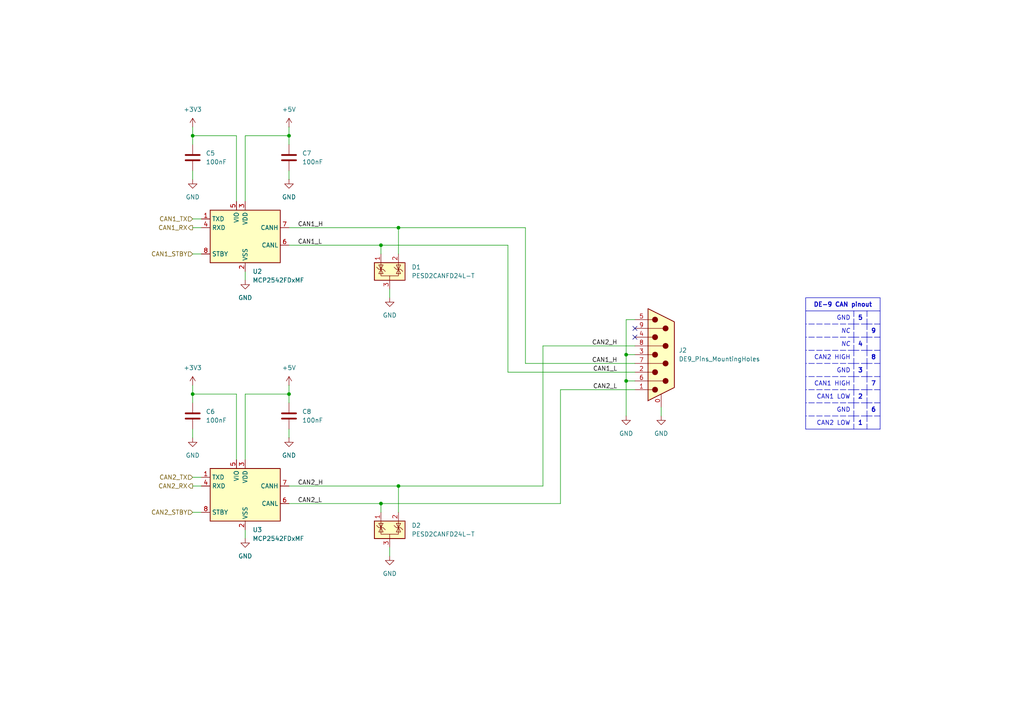
<source format=kicad_sch>
(kicad_sch (version 20250114) (generator "eeschema") (generator_version "9.0")
  (paper "A4")
  (title_block (title "ubiquitous-waddle") (date "2025-10-12") (rev "v1") (company "leonwip <leonwip@proton.me>") (comment 1 "CERN-OHL-P-2.0"))
  (lib_symbols
    (symbol "Connector:DE9_Pins_MountingHoles" (pin_names (offset 1.016) (hide yes))
      (property "Reference" "J" (at 0 16.51 0))
      (property "Value" "DE9_Pins_MountingHoles" (at 0 14.605 0))
      (symbol "DE9_Pins_MountingHoles_0_1"
        (polyline (pts (xy -3.81 10.16) (xy -2.54 10.16)))
        (polyline (pts (xy -3.81 7.62) (xy 0.508 7.62)))
        (polyline (pts (xy -3.81 5.08) (xy -2.54 5.08)))
        (polyline (pts (xy -3.81 2.54) (xy 0.508 2.54)))
        (polyline (pts (xy -3.81 0) (xy -2.54 0)))
        (polyline (pts (xy -3.81 -2.54) (xy 0.508 -2.54)))
        (polyline (pts (xy -3.81 -5.08) (xy -2.54 -5.08)))
        (polyline (pts (xy -3.81 -7.62) (xy 0.508 -7.62)))
        (polyline (pts (xy -3.81 -10.16) (xy -2.54 -10.16)))
        (polyline (pts (xy -3.81 -13.335) (xy -3.81 13.335) (xy 3.81 9.525) (xy 3.81 -9.525) (xy -3.81 -13.335)) (stroke (width 0.254)) (fill (type background)))
        (circle (center -1.778 10.16) (radius 0.762) (fill (type outline)))
        (circle (center -1.778 5.08) (radius 0.762) (fill (type outline)))
        (circle (center -1.778 0) (radius 0.762) (fill (type outline)))
        (circle (center -1.778 -5.08) (radius 0.762) (fill (type outline)))
        (circle (center -1.778 -10.16) (radius 0.762) (fill (type outline)))
        (circle (center 1.27 7.62) (radius 0.762) (fill (type outline)))
        (circle (center 1.27 2.54) (radius 0.762) (fill (type outline)))
        (circle (center 1.27 -2.54) (radius 0.762) (fill (type outline)))
        (circle (center 1.27 -7.62) (radius 0.762) (fill (type outline)))
      )
      (symbol "DE9_Pins_MountingHoles_1_1"
        (pin passive line (at -7.62 10.16 0) (length 3.81) (name "5") (number "5"))
        (pin passive line (at -7.62 7.62 0) (length 3.81) (name "9") (number "9"))
        (pin passive line (at -7.62 5.08 0) (length 3.81) (name "4") (number "4"))
        (pin passive line (at -7.62 2.54 0) (length 3.81) (name "8") (number "8"))
        (pin passive line (at -7.62 0 0) (length 3.81) (name "3") (number "3"))
        (pin passive line (at -7.62 -2.54 0) (length 3.81) (name "7") (number "7"))
        (pin passive line (at -7.62 -5.08 0) (length 3.81) (name "2") (number "2"))
        (pin passive line (at -7.62 -7.62 0) (length 3.81) (name "6") (number "6"))
        (pin passive line (at -7.62 -10.16 0) (length 3.81) (name "1") (number "1"))
        (pin passive line (at 0 -15.24 90) (length 3.81) (name "PAD") (number "0"))
      )
    )
    (symbol "Device:C" (pin_numbers (hide yes)) (pin_names (offset 0.254))
      (property "Reference" "C" (at 0.635 2.54 0))
      (property "Value" "C" (at 0.635 -2.54 0))
      (symbol "C_0_1"
        (polyline (pts (xy -2.032 0.762) (xy 2.032 0.762)) (stroke (width 0.508)))
        (polyline (pts (xy -2.032 -0.762) (xy 2.032 -0.762)) (stroke (width 0.508)))
      )
      (symbol "C_1_1"
        (pin passive line (at 0 3.81 270) (length 2.794) (name "~") (number "1"))
        (pin passive line (at 0 -3.81 90) (length 2.794) (name "~") (number "2"))
      )
    )
    (symbol "Interface_CAN_LIN:MCP2542FDxMF"
      (property "Reference" "U" (at -10.16 8.89 0))
      (property "Value" "MCP2542FDxMF" (at 2.54 8.89 0))
      (symbol "MCP2542FDxMF_0_1"
        (rectangle (start -10.16 7.62) (end 10.16 -7.62) (stroke (width 0.254)) (fill (type background)))
      )
      (symbol "MCP2542FDxMF_1_1"
        (pin input line (at -12.7 5.08 0) (length 2.54) (name "TXD") (number "1"))
        (pin output line (at -12.7 2.54 0) (length 2.54) (name "RXD") (number "4"))
        (pin input line (at -12.7 -5.08 0) (length 2.54) (name "STBY") (number "8"))
        (pin power_in line (at -2.54 10.16 270) (length 2.54) (name "VIO") (number "5"))
        (pin power_in line (at 0 10.16 270) (length 2.54) (name "VDD") (number "3"))
        (pin power_in line (at 0 -10.16 90) (length 2.54) (name "VSS") (number "2"))
        (pin passive line (at 0 -10.16 90) (length 2.54) (hide yes) (name "VSS") (number "9"))
        (pin bidirectional line (at 12.7 2.54 180) (length 2.54) (name "CANH") (number "7"))
        (pin bidirectional line (at 12.7 -2.54 180) (length 2.54) (name "CANL") (number "6"))
      )
    )
    (symbol "Power_Protection:NUP2105L" (pin_names (hide yes))
      (property "Reference" "D" (at 5.715 2.54 0))
      (property "Value" "NUP2105L" (at 5.715 0.635 0))
      (symbol "NUP2105L_0_0"
        (pin passive line (at 0 -5.08 90) (length 2.54) (name "A") (number "3"))
      )
      (symbol "NUP2105L_0_1"
        (rectangle (start -4.445 2.54) (end 4.445 -2.54) (stroke (width 0.254)) (fill (type background)))
        (polyline (pts (xy -3.81 1.27) (xy -3.175 0.635) (xy -1.905 0.635) (xy -1.27 0)))
        (polyline (pts (xy -2.54 2.54) (xy -2.54 0.635)))
        (polyline (pts (xy -2.54 0.635) (xy -2.54 -1.27) (xy 2.54 -1.27) (xy 2.54 0.635)))
        (polyline (pts (xy -2.54 0.635) (xy -1.905 -0.635) (xy -3.175 -0.635) (xy -2.54 0.635)))
        (polyline (pts (xy -2.54 0.635) (xy -3.175 1.905) (xy -1.905 1.905) (xy -2.54 0.635) (xy -2.54 1.27)))
        (polyline (pts (xy 0 -1.27) (xy 0 -2.54)))
        (polyline (pts (xy 1.27 1.27) (xy 1.905 0.635) (xy 2.54 0.635) (xy 3.175 0.635) (xy 3.81 0)))
        (polyline (pts (xy 2.54 2.54) (xy 2.54 0.635)))
        (polyline (pts (xy 2.54 0.635) (xy 1.905 -0.635) (xy 3.175 -0.635) (xy 2.54 0.635)))
        (polyline (pts (xy 2.54 0.635) (xy 3.175 1.905) (xy 1.905 1.905) (xy 2.54 0.635)))
      )
      (symbol "NUP2105L_1_1"
        (pin passive line (at -2.54 5.08 270) (length 2.54) (name "K") (number "1"))
        (pin passive line (at 2.54 5.08 270) (length 2.54) (name "K") (number "2"))
      )
    )
    (symbol "power:+3V3" (power) (pin_numbers (hide yes)) (pin_names (offset 0) (hide yes))
      (property "Value" "+3V3" (at 0 3.556 0))
      (symbol "+3V3_0_1"
        (polyline (pts (xy -0.762 1.27) (xy 0 2.54)))
        (polyline (pts (xy 0 2.54) (xy 0.762 1.27)))
        (polyline (pts (xy 0 0) (xy 0 2.54)))
      )
      (symbol "+3V3_1_1"
        (pin power_in line (at 0 0 90) (length 0) (name "~") (number "1"))
      )
    )
    (symbol "power:+5V" (power) (pin_numbers (hide yes)) (pin_names (offset 0) (hide yes))
      (property "Value" "+5V" (at 0 3.556 0))
      (symbol "+5V_0_1"
        (polyline (pts (xy -0.762 1.27) (xy 0 2.54)))
        (polyline (pts (xy 0 2.54) (xy 0.762 1.27)))
        (polyline (pts (xy 0 0) (xy 0 2.54)))
      )
      (symbol "+5V_1_1"
        (pin power_in line (at 0 0 90) (length 0) (name "~") (number "1"))
      )
    )
    (symbol "power:GND" (power) (pin_numbers (hide yes)) (pin_names (offset 0) (hide yes))
      (property "Value" "GND" (at 0 -3.81 0))
      (symbol "GND_0_1"
        (polyline (pts (xy 0 0) (xy 0 -1.27) (xy 1.27 -1.27) (xy 0 -2.54) (xy -1.27 -1.27) (xy 0 -1.27)))
      )
      (symbol "GND_1_1"
        (pin power_in line (at 0 0 270) (length 0) (name "~") (number "1"))
      )
    )
  )
  (junction (at 181.61 110.49))
  (junction (at 83.82 39.37))
  (junction (at 55.88 39.37))
  (junction (at 181.61 102.87))
  (junction (at 55.88 114.3))
  (junction (at 83.82 114.3))
  (junction (at 115.57 140.97))
  (junction (at 110.49 71.12))
  (junction (at 110.49 146.05))
  (junction (at 115.57 66.04))
  (no_connect (at 184.15 97.79))
  (no_connect (at 184.15 95.25))
  (wire (pts (xy 55.88 114.3) (xy 68.58 114.3)))
  (wire (pts (xy 115.57 66.04) (xy 152.4 66.04)))
  (wire (pts (xy 71.12 39.37) (xy 71.12 58.42)))
  (wire (pts (xy 71.12 153.67) (xy 71.12 156.21)))
  (wire (pts (xy 115.57 73.66) (xy 115.57 66.04)))
  (wire (pts (xy 115.57 148.59) (xy 115.57 140.97)))
  (wire (pts (xy 83.82 36.83) (xy 83.82 39.37)))
  (wire (pts (xy 55.88 73.66) (xy 58.42 73.66)))
  (wire (pts (xy 55.88 124.46) (xy 55.88 127)))
  (wire (pts (xy 162.56 146.05) (xy 162.56 113.03)))
  (wire (pts (xy 55.88 49.53) (xy 55.88 52.07)))
  (wire (pts (xy 83.82 140.97) (xy 115.57 140.97)))
  (wire (pts (xy 55.88 36.83) (xy 55.88 39.37)))
  (wire (pts (xy 71.12 114.3) (xy 71.12 133.35)))
  (wire (pts (xy 83.82 116.84) (xy 83.82 114.3)))
  (wire (pts (xy 83.82 49.53) (xy 83.82 52.07)))
  (wire (pts (xy 83.82 114.3) (xy 71.12 114.3)))
  (wire (pts (xy 55.88 39.37) (xy 68.58 39.37)))
  (wire (pts (xy 152.4 66.04) (xy 152.4 105.41)))
  (wire (pts (xy 181.61 102.87) (xy 184.15 102.87)))
  (wire (pts (xy 55.88 66.04) (xy 58.42 66.04)))
  (wire (pts (xy 110.49 148.59) (xy 110.49 146.05)))
  (wire (pts (xy 55.88 111.76) (xy 55.88 114.3)))
  (wire (pts (xy 83.82 66.04) (xy 115.57 66.04)))
  (wire (pts (xy 55.88 140.97) (xy 58.42 140.97)))
  (wire (pts (xy 55.88 41.91) (xy 55.88 39.37)))
  (wire (pts (xy 68.58 39.37) (xy 68.58 58.42)))
  (wire (pts (xy 83.82 39.37) (xy 71.12 39.37)))
  (wire (pts (xy 55.88 63.5) (xy 58.42 63.5)))
  (wire (pts (xy 147.32 107.95) (xy 147.32 71.12)))
  (wire (pts (xy 162.56 113.03) (xy 184.15 113.03)))
  (wire (pts (xy 68.58 114.3) (xy 68.58 133.35)))
  (wire (pts (xy 152.4 105.41) (xy 184.15 105.41)))
  (wire (pts (xy 83.82 41.91) (xy 83.82 39.37)))
  (wire (pts (xy 55.88 116.84) (xy 55.88 114.3)))
  (wire (pts (xy 71.12 78.74) (xy 71.12 81.28)))
  (wire (pts (xy 83.82 146.05) (xy 110.49 146.05)))
  (wire (pts (xy 157.48 140.97) (xy 157.48 100.33)))
  (wire (pts (xy 55.88 138.43) (xy 58.42 138.43)))
  (wire (pts (xy 110.49 73.66) (xy 110.49 71.12)))
  (wire (pts (xy 181.61 110.49) (xy 184.15 110.49)))
  (wire (pts (xy 83.82 71.12) (xy 110.49 71.12)))
  (wire (pts (xy 191.77 118.11) (xy 191.77 120.65)))
  (wire (pts (xy 55.88 148.59) (xy 58.42 148.59)))
  (wire (pts (xy 157.48 100.33) (xy 184.15 100.33)))
  (wire (pts (xy 181.61 110.49) (xy 181.61 120.65)))
  (wire (pts (xy 181.61 102.87) (xy 181.61 110.49)))
  (wire (pts (xy 113.03 83.82) (xy 113.03 86.36)))
  (wire (pts (xy 110.49 146.05) (xy 162.56 146.05)))
  (wire (pts (xy 83.82 124.46) (xy 83.82 127)))
  (wire (pts (xy 113.03 158.75) (xy 113.03 161.29)))
  (wire (pts (xy 147.32 107.95) (xy 184.15 107.95)))
  (wire (pts (xy 181.61 92.71) (xy 181.61 102.87)))
  (wire (pts (xy 115.57 140.97) (xy 157.48 140.97)))
  (wire (pts (xy 184.15 92.71) (xy 181.61 92.71)))
  (wire (pts (xy 83.82 111.76) (xy 83.82 114.3)))
  (wire (pts (xy 110.49 71.12) (xy 147.32 71.12)))
  (table (column_count 3) (border (external yes) (header yes)) (separators (rows yes) (cols yes) (stroke (width 0) (type dash))) (column_widths 13.97 3.81 3.81) (row_heights 3.81 3.81 3.81 3.81 3.81 3.81 3.81 3.81 3.81 3.81) (cells (table_cell "DE-9 CAN pinout" (at 233.68 86.36 0) (size 21.59 3.81) (margins 0.9525 0.9525 0.9525 0.9525) (span 3 1)) (table_cell "rgb(132, 132, 132)" (at 247.65 86.36 0) (size 3.81 3.81) (margins 0.9525 0.9525 0.9525 0.9525) (span 0 0)) (table_cell "rgb(132, 132, 132)" (at 251.46 86.36 0) (size 3.81 3.81) (margins 0.9525 0.9525 0.9525 0.9525) (span 0 0)) (table_cell "GND" (at 233.68 90.17 0) (size 13.97 3.81) (margins 0.9525 0.9525 0.9525 0.9525) (span 1 1)) (table_cell "5" (at 247.65 90.17 0) (size 3.81 3.81) (margins 0.9525 0.9525 0.9525 0.9525) (span 1 1)) (table_cell "" (at 251.46 90.17 0) (size 3.81 3.81) (margins 0.9525 0.9525 0.9525 0.9525) (span 1 1)) (table_cell "NC" (at 233.68 93.98 0) (size 13.97 3.81) (margins 0.9525 0.9525 0.9525 0.9525) (span 1 1)) (table_cell "" (at 247.65 93.98 0) (size 3.81 3.81) (margins 0.9525 0.9525 0.9525 0.9525) (span 1 1)) (table_cell "9" (at 251.46 93.98 0) (size 3.81 3.81) (margins 0.9525 0.9525 0.9525 0.9525) (span 1 1)) (table_cell "NC" (at 233.68 97.79 0) (size 13.97 3.81) (margins 0.9525 0.9525 0.9525 0.9525) (span 1 1)) (table_cell "4" (at 247.65 97.79 0) (size 3.81 3.81) (margins 0.9525 0.9525 0.9525 0.9525) (span 1 1)) (table_cell "" (at 251.46 97.79 0) (size 3.81 3.81) (margins 0.9525 0.9525 0.9525 0.9525) (span 1 1)) (table_cell "CAN2 HIGH" (at 233.68 101.6 0) (size 13.97 3.81) (margins 0.9525 0.9525 0.9525 0.9525) (span 1 1)) (table_cell "" (at 247.65 101.6 0) (size 3.81 3.81) (margins 0.9525 0.9525 0.9525 0.9525) (span 1 1)) (table_cell "8" (at 251.46 101.6 0) (size 3.81 3.81) (margins 0.9525 0.9525 0.9525 0.9525) (span 1 1)) (table_cell "GND" (at 233.68 105.41 0) (size 13.97 3.81) (margins 0.9525 0.9525 0.9525 0.9525) (span 1 1)) (table_cell "3" (at 247.65 105.41 0) (size 3.81 3.81) (margins 0.9525 0.9525 0.9525 0.9525) (span 1 1)) (table_cell "" (at 251.46 105.41 0) (size 3.81 3.81) (margins 0.9525 0.9525 0.9525 0.9525) (span 1 1)) (table_cell "CAN1 HIGH" (at 233.68 109.22 0) (size 13.97 3.81) (margins 0.9525 0.9525 0.9525 0.9525) (span 1 1)) (table_cell "" (at 247.65 109.22 0) (size 3.81 3.81) (margins 0.9525 0.9525 0.9525 0.9525) (span 1 1)) (table_cell "7" (at 251.46 109.22 0) (size 3.81 3.81) (margins 0.9525 0.9525 0.9525 0.9525) (span 1 1)) (table_cell "CAN1 LOW" (at 233.68 113.03 0) (size 13.97 3.81) (margins 0.9525 0.9525 0.9525 0.9525) (span 1 1)) (table_cell "2" (at 247.65 113.03 0) (size 3.81 3.81) (margins 0.9525 0.9525 0.9525 0.9525) (span 1 1)) (table_cell "" (at 251.46 113.03 0) (size 3.81 3.81) (margins 0.9525 0.9525 0.9525 0.9525) (span 1 1)) (table_cell "GND" (at 233.68 116.84 0) (size 13.97 3.81) (margins 0.9525 0.9525 0.9525 0.9525) (span 1 1)) (table_cell "" (at 247.65 116.84 0) (size 3.81 3.81) (margins 0.9525 0.9525 0.9525 0.9525) (span 1 1)) (table_cell "6" (at 251.46 116.84 0) (size 3.81 3.81) (margins 0.9525 0.9525 0.9525 0.9525) (span 1 1)) (table_cell "CAN2 LOW" (at 233.68 120.65 0) (size 13.97 3.81) (margins 0.9525 0.9525 0.9525 0.9525) (span 1 1)) (table_cell "1" (at 247.65 120.65 0) (size 3.81 3.81) (margins 0.9525 0.9525 0.9525 0.9525) (span 1 1)) (table_cell "" (at 251.46 120.65 0) (size 3.81 3.81) (margins 0.9525 0.9525 0.9525 0.9525) (span 1 1))))
  (label "CAN1_L" (at 179.07 107.95 180))
  (label "CAN1_H" (at 86.36 66.04 0))
  (label "CAN2_H" (at 86.36 140.97 0))
  (label "CAN2_L" (at 179.07 113.03 180))
  (label "CAN1_H" (at 179.07 105.41 180))
  (label "CAN2_H" (at 179.07 100.33 180))
  (label "CAN1_L" (at 86.36 71.12 0))
  (label "CAN2_L" (at 86.36 146.05 0))
  (hierarchical_label "CAN2_RX" (shape output) (at 55.88 140.97 180))
  (hierarchical_label "CAN1_STBY" (shape input) (at 55.88 73.66 180))
  (hierarchical_label "CAN1_TX" (shape input) (at 55.88 63.5 180))
  (hierarchical_label "CAN2_STBY" (shape input) (at 55.88 148.59 180))
  (hierarchical_label "CAN1_RX" (shape output) (at 55.88 66.04 180))
  (hierarchical_label "CAN2_TX" (shape input) (at 55.88 138.43 180))
  (symbol (lib_id "power:+5V") (at 83.82 36.83 0) (unit 1)
    (property "Reference" "#PWR022" (effects (hide yes)))
    (property "Value" "+5V" (at 83.82 31.75 0))
    (property "Description" "Power symbol creates a global label with name \"+5V\"" (effects (hide yes)))
  )
  (symbol (lib_id "Power_Protection:NUP2105L") (at 113.03 78.74 0) (unit 1)
    (property "Reference" "D1" (at 119.38 77.4699 0) (effects (justify left)))
    (property "Value" "PESD2CANFD24L-T" (at 119.38 80.0099 0) (effects (justify left)))
    (property "Footprint" "Package_TO_SOT_SMD:SOT-23" (effects (hide yes)))
    (property "Description" "Dual Line CAN Bus Protector, 24Vrwm" (effects (hide yes)))
    (property "Mouser No" "771-PESD2CANFD24L-TR" (effects (hide yes)))
    (property "Mfr. No" "PESD2CANFD24L-TR" (effects (hide yes)))
    (property "Mfr." "Nexperia" (effects (hide yes)))
  )
  (symbol (lib_id "Interface_CAN_LIN:MCP2542FDxMF") (at 71.12 68.58 0) (unit 1)
    (property "Reference" "U2" (at 73.2633 78.74 0) (effects (justify left)))
    (property "Value" "MCP2542FDxMF" (at 73.2633 81.28 0) (effects (justify left)))
    (property "Footprint" "Package_DFN_QFN:DFN-8-1EP_3x3mm_P0.65mm_EP1.55x2.4mm" (effects (hide yes)))
    (property "Description" "CAN-FD Transceiver, Wake-Up on CAN activity, 8Mbps, 5V supply, STBY pin, 3x3 DFN-8" (effects (hide yes)))
    (property "Mouser No" "579-MCP2542FDT-E/MF" (effects (hide yes)))
    (property "Mfr. No" "MCP2542FDT-E/MF" (effects (hide yes)))
    (property "Mfr." "Microchip Technology" (effects (hide yes)))
  )
  (symbol (lib_id "Connector:DE9_Pins_MountingHoles") (at 191.77 102.87 0) (unit 1)
    (property "Reference" "J2" (at 196.85 101.5999 0) (effects (justify left)))
    (property "Value" "DE9_Pins_MountingHoles" (at 196.85 104.1399 0) (effects (justify left)))
    (property "Footprint" "Connector_Dsub:DSUB-9_Pins_Horizontal_P2.77x2.84mm_EdgePinOffset9.90mm_Housed_MountingHolesOffset11.32mm" (effects (hide yes)))
    (property "Description" "9-pin D-SUB connector, pins (male), Mounting Hole" (effects (hide yes)))
    (property "Mouser No" "649-D09P13A4GV00LF" (effects (hide yes)))
    (property "Mfr. No" "D09P13A4GV00LF" (effects (hide yes)))
    (property "Mfr." "Amphenol Commercial Products" (effects (hide yes)))
  )
  (symbol (lib_id "power:GND") (at 55.88 52.07 0) (unit 1)
    (property "Reference" "#PWR017" (effects (hide yes)))
    (property "Value" "GND" (at 55.88 57.15 0))
    (property "Description" "Power symbol creates a global label with name \"GND\" , ground" (effects (hide yes)))
  )
  (symbol (lib_id "power:+3V3") (at 55.88 36.83 0) (unit 1)
    (property "Reference" "#PWR016" (effects (hide yes)))
    (property "Value" "+3V3" (at 55.88 31.75 0))
    (property "Description" "Power symbol creates a global label with name \"+3V3\"" (effects (hide yes)))
  )
  (symbol (lib_id "Device:C") (at 83.82 45.72 0) (unit 1)
    (property "Reference" "C7" (at 87.63 44.4499 0) (effects (justify left)))
    (property "Value" "100nF" (at 87.63 46.9899 0) (effects (justify left)))
    (property "Footprint" "Capacitor_SMD:C_0402_1005Metric" (effects (hide yes)))
    (property "Description" "Unpolarized capacitor" (effects (hide yes)))
    (property "Mfr." "Murata Electronics" (effects (hide yes)))
    (property "Mfr. No" "GRM155R71A104KA01D" (effects (hide yes)))
    (property "Mouser No" "81-GRM155R71A104KA1D" (effects (hide yes)))
  )
  (symbol (lib_id "Power_Protection:NUP2105L") (at 113.03 153.67 0) (unit 1)
    (property "Reference" "D2" (at 119.38 152.3999 0) (effects (justify left)))
    (property "Value" "PESD2CANFD24L-T" (at 119.38 154.9399 0) (effects (justify left)))
    (property "Footprint" "Package_TO_SOT_SMD:SOT-23" (effects (hide yes)))
    (property "Description" "Dual Line CAN Bus Protector, 24Vrwm" (effects (hide yes)))
    (property "Mouser No" "771-PESD2CANFD24L-TR" (effects (hide yes)))
    (property "Mfr. No" "PESD2CANFD24L-TR" (effects (hide yes)))
    (property "Mfr." "Nexperia" (effects (hide yes)))
  )
  (symbol (lib_id "power:GND") (at 71.12 156.21 0) (unit 1)
    (property "Reference" "#PWR021" (effects (hide yes)))
    (property "Value" "GND" (at 71.12 161.29 0))
    (property "Description" "Power symbol creates a global label with name \"GND\" , ground" (effects (hide yes)))
  )
  (symbol (lib_id "Device:C") (at 83.82 120.65 0) (unit 1)
    (property "Reference" "C8" (at 87.63 119.3799 0) (effects (justify left)))
    (property "Value" "100nF" (at 87.63 121.9199 0) (effects (justify left)))
    (property "Footprint" "Capacitor_SMD:C_0402_1005Metric" (effects (hide yes)))
    (property "Description" "Unpolarized capacitor" (effects (hide yes)))
    (property "Mfr." "Murata Electronics" (effects (hide yes)))
    (property "Mfr. No" "GRM155R71A104KA01D" (effects (hide yes)))
    (property "Mouser No" "81-GRM155R71A104KA1D" (effects (hide yes)))
  )
  (symbol (lib_id "power:GND") (at 113.03 86.36 0) (unit 1)
    (property "Reference" "#PWR026" (effects (hide yes)))
    (property "Value" "GND" (at 113.03 91.44 0))
    (property "Description" "Power symbol creates a global label with name \"GND\" , ground" (effects (hide yes)))
  )
  (symbol (lib_id "power:GND") (at 113.03 161.29 0) (unit 1)
    (property "Reference" "#PWR027" (effects (hide yes)))
    (property "Value" "GND" (at 113.03 166.37 0))
    (property "Description" "Power symbol creates a global label with name \"GND\" , ground" (effects (hide yes)))
  )
  (symbol (lib_id "power:GND") (at 181.61 120.65 0) (unit 1)
    (property "Reference" "#PWR028" (effects (hide yes)))
    (property "Value" "GND" (at 181.61 125.73 0))
    (property "Description" "Power symbol creates a global label with name \"GND\" , ground" (effects (hide yes)))
  )
  (symbol (lib_id "power:GND") (at 191.77 120.65 0) (unit 1)
    (property "Reference" "#PWR029" (effects (hide yes)))
    (property "Value" "GND" (at 191.77 125.73 0))
    (property "Description" "Power symbol creates a global label with name \"GND\" , ground" (effects (hide yes)))
  )
  (symbol (lib_id "Device:C") (at 55.88 45.72 0) (unit 1)
    (property "Reference" "C5" (at 59.69 44.4499 0) (effects (justify left)))
    (property "Value" "100nF" (at 59.69 46.9899 0) (effects (justify left)))
    (property "Footprint" "Capacitor_SMD:C_0402_1005Metric" (effects (hide yes)))
    (property "Description" "Unpolarized capacitor" (effects (hide yes)))
    (property "Mfr." "Murata Electronics" (effects (hide yes)))
    (property "Mfr. No" "GRM155R71A104KA01D" (effects (hide yes)))
    (property "Mouser No" "81-GRM155R71A104KA1D" (effects (hide yes)))
  )
  (symbol (lib_id "power:GND") (at 55.88 127 0) (unit 1)
    (property "Reference" "#PWR019" (effects (hide yes)))
    (property "Value" "GND" (at 55.88 132.08 0))
    (property "Description" "Power symbol creates a global label with name \"GND\" , ground" (effects (hide yes)))
  )
  (symbol (lib_id "power:GND") (at 71.12 81.28 0) (unit 1)
    (property "Reference" "#PWR020" (effects (hide yes)))
    (property "Value" "GND" (at 71.12 86.36 0))
    (property "Description" "Power symbol creates a global label with name \"GND\" , ground" (effects (hide yes)))
  )
  (symbol (lib_id "power:+3V3") (at 55.88 111.76 0) (unit 1)
    (property "Reference" "#PWR018" (effects (hide yes)))
    (property "Value" "+3V3" (at 55.88 106.68 0))
    (property "Description" "Power symbol creates a global label with name \"+3V3\"" (effects (hide yes)))
  )
  (symbol (lib_id "Device:C") (at 55.88 120.65 0) (unit 1)
    (property "Reference" "C6" (at 59.69 119.3799 0) (effects (justify left)))
    (property "Value" "100nF" (at 59.69 121.9199 0) (effects (justify left)))
    (property "Footprint" "Capacitor_SMD:C_0402_1005Metric" (effects (hide yes)))
    (property "Description" "Unpolarized capacitor" (effects (hide yes)))
    (property "Mfr." "Murata Electronics" (effects (hide yes)))
    (property "Mfr. No" "GRM155R71A104KA01D" (effects (hide yes)))
    (property "Mouser No" "81-GRM155R71A104KA1D" (effects (hide yes)))
  )
  (symbol (lib_id "power:GND") (at 83.82 127 0) (unit 1)
    (property "Reference" "#PWR025" (effects (hide yes)))
    (property "Value" "GND" (at 83.82 132.08 0))
    (property "Description" "Power symbol creates a global label with name \"GND\" , ground" (effects (hide yes)))
  )
  (symbol (lib_id "power:GND") (at 83.82 52.07 0) (unit 1)
    (property "Reference" "#PWR023" (effects (hide yes)))
    (property "Value" "GND" (at 83.82 57.15 0))
    (property "Description" "Power symbol creates a global label with name \"GND\" , ground" (effects (hide yes)))
  )
  (symbol (lib_id "power:+5V") (at 83.82 111.76 0) (unit 1)
    (property "Reference" "#PWR024" (effects (hide yes)))
    (property "Value" "+5V" (at 83.82 106.68 0))
    (property "Description" "Power symbol creates a global label with name \"+5V\"" (effects (hide yes)))
  )
  (symbol (lib_id "Interface_CAN_LIN:MCP2542FDxMF") (at 71.12 143.51 0) (unit 1)
    (property "Reference" "U3" (at 73.2633 153.67 0) (effects (justify left)))
    (property "Value" "MCP2542FDxMF" (at 73.2633 156.21 0) (effects (justify left)))
    (property "Footprint" "Package_DFN_QFN:DFN-8-1EP_3x3mm_P0.65mm_EP1.55x2.4mm" (effects (hide yes)))
    (property "Description" "CAN-FD Transceiver, Wake-Up on CAN activity, 8Mbps, 5V supply, STBY pin, 3x3 DFN-8" (effects (hide yes)))
    (property "Mouser No" "579-MCP2542FDT-E/MF" (effects (hide yes)))
    (property "Mfr. No" "MCP2542FDT-E/MF" (effects (hide yes)))
    (property "Mfr." "Microchip Technology" (effects (hide yes)))
  )
)
</source>
